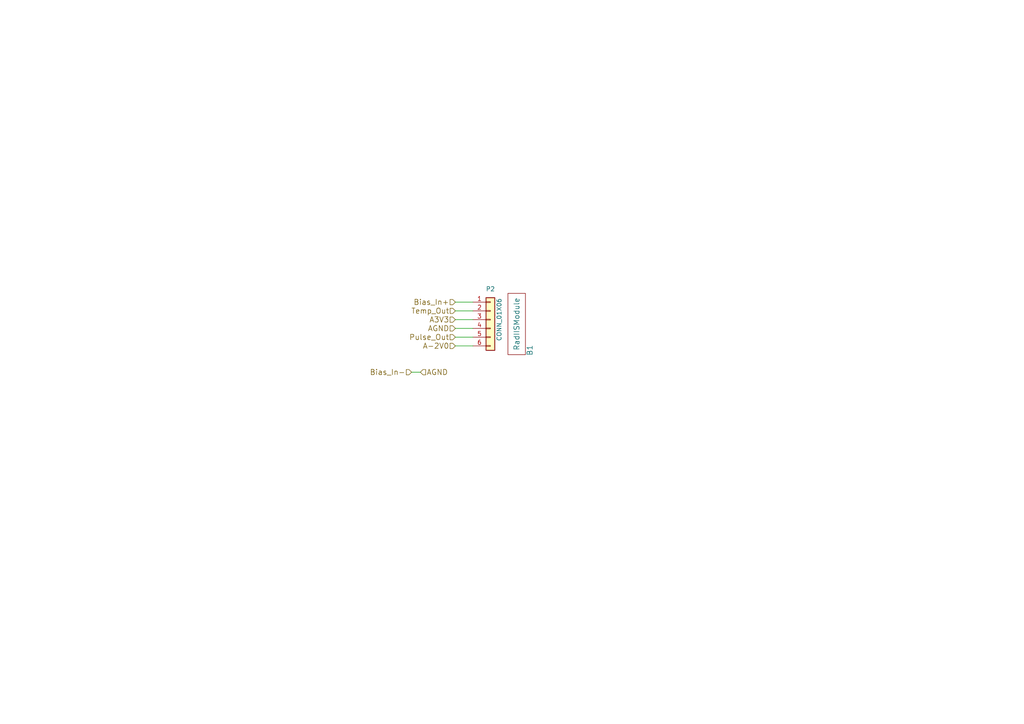
<source format=kicad_sch>
(kicad_sch (version 20231120) (generator "eeschema") (generator_version "8.0")
  (paper "A4")
  (lib_symbols
    (symbol "Connector_Generic:Conn_01x06" (pin_names (offset 1.016) hide)
      (property "Reference" "J" (at 0 7.62 0))
      (property "Value" "Conn_01x06" (at 0 -10.16 0))
      (symbol "Conn_01x06_1_1"
        (rectangle (start -1.27 -7.493) (end 0 -7.747) (stroke (width 0.1524)))
        (rectangle (start -1.27 -4.953) (end 0 -5.207) (stroke (width 0.1524)))
        (rectangle (start -1.27 -2.413) (end 0 -2.667) (stroke (width 0.1524)))
        (rectangle (start -1.27 0.127) (end 0 -0.127) (stroke (width 0.1524)))
        (rectangle (start -1.27 2.667) (end 0 2.413) (stroke (width 0.1524)))
        (rectangle (start -1.27 5.207) (end 0 4.953) (stroke (width 0.1524)))
        (rectangle (start -1.27 6.35) (end 1.27 -8.89) (stroke (width 0.254)) (fill (type background)))
        (pin passive line (at -5.08 5.08 0) (length 3.81) (name "Pin_1") (number "1"))
        (pin passive line (at -5.08 2.54 0) (length 3.81) (name "Pin_2") (number "2"))
        (pin passive line (at -5.08 0 0) (length 3.81) (name "Pin_3") (number "3"))
        (pin passive line (at -5.08 -2.54 0) (length 3.81) (name "Pin_4") (number "4"))
        (pin passive line (at -5.08 -5.08 0) (length 3.81) (name "Pin_5") (number "5"))
        (pin passive line (at -5.08 -7.62 0) (length 3.81) (name "Pin_6") (number "6"))
      )
    )
    (symbol "RadIIS_Mainboard:RadIISModule" (pin_names (offset 1.016))
      (property "Reference" "B" (at 0 0 0))
      (property "Value" "RadIISModule" (at 0 0 0))
      (symbol "RadIISModule_0_1"
        (rectangle (start 8.89 -2.54) (end -8.89 2.54))
      )
    )
  )
  (wire (pts (xy 137.16 97.79) (xy 132.08 97.79)))
  (wire (pts (xy 137.16 92.71) (xy 132.08 92.71)))
  (wire (pts (xy 132.08 90.17) (xy 137.16 90.17)))
  (wire (pts (xy 132.08 100.33) (xy 137.16 100.33)))
  (wire (pts (xy 132.08 95.25) (xy 137.16 95.25)))
  (wire (pts (xy 119.38 107.95) (xy 121.92 107.95)))
  (wire (pts (xy 137.16 87.63) (xy 132.08 87.63)))
  (hierarchical_label "Bias_In-" (shape input) (at 119.38 107.95 180) (effects (font (size 1.5494 1.5494))))
  (hierarchical_label "Bias_In+" (shape input) (at 132.08 87.63 180) (effects (font (size 1.5494 1.5494))))
  (hierarchical_label "A-2V0" (shape input) (at 132.08 100.33 180) (effects (font (size 1.5494 1.5494))))
  (hierarchical_label "Pulse_Out" (shape input) (at 132.08 97.79 180) (effects (font (size 1.5494 1.5494))))
  (hierarchical_label "AGND" (shape input) (at 121.92 107.95 0) (effects (font (size 1.5494 1.5494))))
  (hierarchical_label "Temp_Out" (shape input) (at 132.08 90.17 180) (effects (font (size 1.524 1.524))))
  (hierarchical_label "A3V3" (shape input) (at 132.08 92.71 180) (effects (font (size 1.5494 1.5494))))
  (hierarchical_label "AGND" (shape input) (at 132.08 95.25 180) (effects (font (size 1.5494 1.5494))))
  (symbol (lib_id "Connector_Generic:Conn_01x06") (at 142.24 92.71 0) (unit 1)
    (property "Reference" "P2" (at 142.24 83.82 0))
    (property "Value" "CONN_01X06" (at 144.78 92.71 90))
    (property "Footprint" "RadIIS_Mainboard:6Pin_CardEdge_CON" (effects (hide yes)))
    (property "Datasheet" "https://www.mouser.de/datasheet/2/40/VerticalTop_00-9159-952588.pdf" (effects (hide yes)))
    (property "Comment" "Mouser Nr, not found at Digikey" (effects (hide yes)))
    (property "Digikey Nr" "581-009159006551906" (effects (hide yes)))
    (property "Digikey Price" "1.06" (effects (hide yes)))
  )
  (symbol (lib_id "RadIIS_Mainboard:RadIISModule") (at 149.86 93.98 270) (unit 1)
    (property "Reference" "B1" (at 153.67 101.6 0) (effects (font (size 1.524 1.524))))
    (property "Value" "RadIISModule" (at 149.86 93.98 0) (effects (font (size 1.524 1.524))))
    (property "Footprint" "RadIIS_Mainboard:RadIISModule" (effects (hide yes)))
    (property "Datasheet" "https://radiis.de/" (effects (hide yes)))
    (property "Digikey Nr" "NA" (effects (hide yes)))
  )
)
</source>
